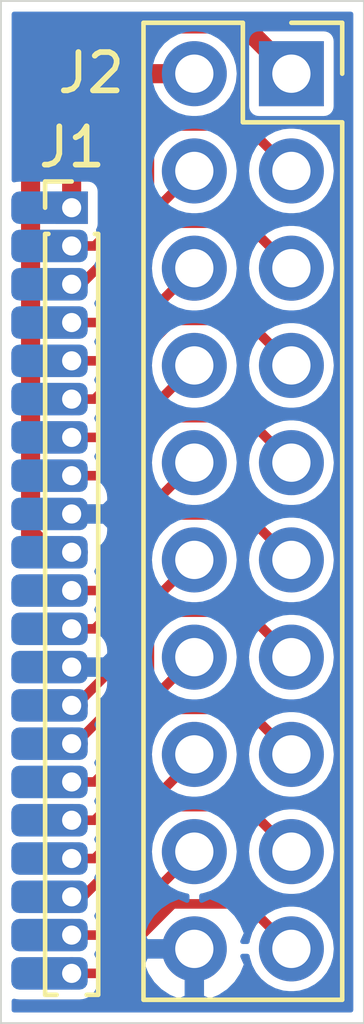
<source format=kicad_pcb>
(kicad_pcb (version 20171130) (host pcbnew 5.1.2+dfsg1-1)

  (general
    (thickness 1.6)
    (drawings 4)
    (tracks 90)
    (zones 0)
    (modules 2)
    (nets 21)
  )

  (page A4)
  (layers
    (0 F.Cu signal)
    (31 B.Cu signal)
    (32 B.Adhes user)
    (33 F.Adhes user)
    (34 B.Paste user)
    (35 F.Paste user)
    (36 B.SilkS user)
    (37 F.SilkS user)
    (38 B.Mask user)
    (39 F.Mask user)
    (40 Dwgs.User user)
    (41 Cmts.User user)
    (42 Eco1.User user)
    (43 Eco2.User user)
    (44 Edge.Cuts user)
    (45 Margin user)
    (46 B.CrtYd user)
    (47 F.CrtYd user)
    (48 B.Fab user)
    (49 F.Fab user)
  )

  (setup
    (last_trace_width 0.25)
    (user_trace_width 0.5)
    (trace_clearance 0.2)
    (zone_clearance 0.254)
    (zone_45_only no)
    (trace_min 0.2)
    (via_size 0.8)
    (via_drill 0.4)
    (via_min_size 0.4)
    (via_min_drill 0.3)
    (uvia_size 0.3)
    (uvia_drill 0.1)
    (uvias_allowed no)
    (uvia_min_size 0.2)
    (uvia_min_drill 0.1)
    (edge_width 0.05)
    (segment_width 0.2)
    (pcb_text_width 0.3)
    (pcb_text_size 1.5 1.5)
    (mod_edge_width 0.12)
    (mod_text_size 1 1)
    (mod_text_width 0.15)
    (pad_size 1.524 1.524)
    (pad_drill 0.762)
    (pad_to_mask_clearance 0.051)
    (solder_mask_min_width 0.25)
    (aux_axis_origin 0 0)
    (visible_elements FFFFFF7F)
    (pcbplotparams
      (layerselection 0x010fc_ffffffff)
      (usegerberextensions false)
      (usegerberattributes false)
      (usegerberadvancedattributes false)
      (creategerberjobfile false)
      (excludeedgelayer true)
      (linewidth 0.150000)
      (plotframeref false)
      (viasonmask false)
      (mode 1)
      (useauxorigin false)
      (hpglpennumber 1)
      (hpglpenspeed 20)
      (hpglpendiameter 15.000000)
      (psnegative false)
      (psa4output false)
      (plotreference true)
      (plotvalue true)
      (plotinvisibletext false)
      (padsonsilk false)
      (subtractmaskfromsilk false)
      (outputformat 1)
      (mirror false)
      (drillshape 0)
      (scaleselection 1)
      (outputdirectory "gerbers/"))
  )

  (net 0 "")
  (net 1 /sr_io8)
  (net 2 /sr_io9)
  (net 3 /sr_io10)
  (net 4 /sr_io11)
  (net 5 /sr_io12)
  (net 6 /sr_io13)
  (net 7 /sr_io14)
  (net 8 /sr_io15)
  (net 9 GND)
  (net 10 /usb_dp)
  (net 11 /usb_dm)
  (net 12 +5V)
  (net 13 /pm_sd_cdz)
  (net 14 /sd_clk)
  (net 15 /sd_cmd)
  (net 16 /sd_d0)
  (net 17 /sd_d1)
  (net 18 /sd_d2)
  (net 19 /sd_d3)
  (net 20 +3V3)

  (net_class Default "This is the default net class."
    (clearance 0.2)
    (trace_width 0.25)
    (via_dia 0.8)
    (via_drill 0.4)
    (uvia_dia 0.3)
    (uvia_drill 0.1)
    (add_net +3V3)
    (add_net +5V)
    (add_net /pm_sd_cdz)
    (add_net /sd_clk)
    (add_net /sd_cmd)
    (add_net /sd_d0)
    (add_net /sd_d1)
    (add_net /sd_d2)
    (add_net /sd_d3)
    (add_net /sr_io10)
    (add_net /sr_io11)
    (add_net /sr_io12)
    (add_net /sr_io13)
    (add_net /sr_io14)
    (add_net /sr_io15)
    (add_net /sr_io8)
    (add_net /sr_io9)
    (add_net /usb_dm)
    (add_net /usb_dp)
    (add_net GND)
  )

  (module edgeconnector:breadbee_1mm_header_connector (layer F.Cu) (tedit 5D26D9AB) (tstamp 5D273448)
    (at 145.75 84.5)
    (path /5D25EE14)
    (fp_text reference J1 (at 0.01 -1.58) (layer F.SilkS)
      (effects (font (size 1 1) (thickness 0.15)))
    )
    (fp_text value Conn_01x21 (at 0 21.92) (layer F.Fab) hide
      (effects (font (size 1 1) (thickness 0.15)))
    )
    (fp_line (start 1.15 21) (end -1.7 21) (layer F.CrtYd) (width 0.05))
    (fp_line (start -1.7 21) (end -1.7 -1) (layer F.CrtYd) (width 0.05))
    (fp_line (start 1.15 -1) (end -1.7 -1) (layer F.CrtYd) (width 0.05))
    (fp_line (start -0.3175 -0.5) (end 0.635 -0.5) (layer F.Fab) (width 0.1))
    (fp_line (start 0.635 -0.5) (end 0.635 20.5) (layer F.Fab) (width 0.1))
    (fp_line (start 0.635 20.5) (end -0.635 20.5) (layer F.Fab) (width 0.1))
    (fp_line (start -0.635 20.5) (end -0.635 -0.1825) (layer F.Fab) (width 0.1))
    (fp_line (start -0.635 -0.1825) (end -0.3175 -0.5) (layer F.Fab) (width 0.1))
    (fp_line (start -0.695 20.56) (end -0.394493 20.56) (layer F.SilkS) (width 0.12))
    (fp_line (start 0.394493 20.56) (end 0.695 20.56) (layer F.SilkS) (width 0.12))
    (fp_line (start -0.695 0.685) (end -0.695 20.56) (layer F.SilkS) (width 0.12))
    (fp_line (start 0.695 0.685) (end 0.695 20.56) (layer F.SilkS) (width 0.12))
    (fp_line (start -0.695 0.685) (end -0.608276 0.685) (layer F.SilkS) (width 0.12))
    (fp_line (start 0.608276 0.685) (end 0.695 0.685) (layer F.SilkS) (width 0.12))
    (fp_line (start -0.695 0) (end -0.695 -0.685) (layer F.SilkS) (width 0.12))
    (fp_line (start -0.695 -0.685) (end 0 -0.685) (layer F.SilkS) (width 0.12))
    (fp_line (start 1.15 21) (end 1.15 -1) (layer F.CrtYd) (width 0.05))
    (fp_text user %R (at 0 10 90) (layer F.Fab)
      (effects (font (size 0.76 0.76) (thickness 0.114)))
    )
    (pad 21 smd roundrect (at -0.58 20) (size 2 0.85) (layers B.Cu B.Paste B.Mask) (roundrect_rratio 0.25)
      (net 1 /sr_io8))
    (pad 20 smd roundrect (at -0.58 19) (size 2 0.85) (layers B.Cu B.Paste B.Mask) (roundrect_rratio 0.25)
      (net 2 /sr_io9))
    (pad 19 smd roundrect (at -0.58 18) (size 2 0.85) (layers B.Cu B.Paste B.Mask) (roundrect_rratio 0.25)
      (net 3 /sr_io10))
    (pad 18 smd roundrect (at -0.58 17) (size 2 0.85) (layers B.Cu B.Paste B.Mask) (roundrect_rratio 0.25)
      (net 4 /sr_io11))
    (pad 17 smd roundrect (at -0.58 16) (size 2 0.85) (layers B.Cu B.Paste B.Mask) (roundrect_rratio 0.25)
      (net 5 /sr_io12))
    (pad 16 smd roundrect (at -0.58 15) (size 2 0.85) (layers B.Cu B.Paste B.Mask) (roundrect_rratio 0.25)
      (net 6 /sr_io13))
    (pad 15 smd roundrect (at -0.58 14) (size 2 0.85) (layers B.Cu B.Paste B.Mask) (roundrect_rratio 0.25)
      (net 7 /sr_io14))
    (pad 14 smd roundrect (at -0.58 13) (size 2 0.85) (layers B.Cu B.Paste B.Mask) (roundrect_rratio 0.25)
      (net 8 /sr_io15))
    (pad 13 smd roundrect (at -0.58 12) (size 2 0.85) (layers B.Cu B.Paste B.Mask) (roundrect_rratio 0.25)
      (net 9 GND))
    (pad 12 smd roundrect (at -0.58 11) (size 2 0.85) (layers B.Cu B.Paste B.Mask) (roundrect_rratio 0.25)
      (net 10 /usb_dp))
    (pad 11 smd roundrect (at -0.58 10) (size 2 0.85) (layers B.Cu B.Paste B.Mask) (roundrect_rratio 0.25)
      (net 11 /usb_dm))
    (pad 10 smd roundrect (at -0.58 9) (size 2 0.85) (layers B.Cu B.Paste B.Mask) (roundrect_rratio 0.25)
      (net 12 +5V))
    (pad 9 smd roundrect (at -0.58 8) (size 2 0.85) (layers B.Cu B.Paste B.Mask) (roundrect_rratio 0.25)
      (net 9 GND))
    (pad 8 smd roundrect (at -0.58 7) (size 2 0.85) (layers B.Cu B.Paste B.Mask) (roundrect_rratio 0.25)
      (net 13 /pm_sd_cdz))
    (pad 7 smd roundrect (at -0.58 6) (size 2 0.85) (layers B.Cu B.Paste B.Mask) (roundrect_rratio 0.25)
      (net 14 /sd_clk))
    (pad 6 smd roundrect (at -0.58 5) (size 2 0.85) (layers B.Cu B.Paste B.Mask) (roundrect_rratio 0.25)
      (net 15 /sd_cmd))
    (pad 5 smd roundrect (at -0.58 4) (size 2 0.85) (layers B.Cu B.Paste B.Mask) (roundrect_rratio 0.25)
      (net 16 /sd_d0))
    (pad 4 smd roundrect (at -0.58 3) (size 2 0.85) (layers B.Cu B.Paste B.Mask) (roundrect_rratio 0.25)
      (net 17 /sd_d1))
    (pad 3 smd roundrect (at -0.58 2) (size 2 0.85) (layers B.Cu B.Paste B.Mask) (roundrect_rratio 0.25)
      (net 18 /sd_d2))
    (pad 2 smd roundrect (at -0.58 1) (size 2 0.85) (layers B.Cu B.Paste B.Mask) (roundrect_rratio 0.25)
      (net 19 /sd_d3))
    (pad 1 smd roundrect (at -0.58 0) (size 2 0.85) (layers B.Cu B.Paste B.Mask) (roundrect_rratio 0.25)
      (net 20 +3V3))
    (pad 1 thru_hole rect (at 0 0) (size 0.85 0.85) (drill 0.5) (layers *.Cu F.Mask)
      (net 20 +3V3))
    (pad 2 thru_hole oval (at 0 1) (size 0.85 0.85) (drill 0.5) (layers *.Cu F.Mask)
      (net 19 /sd_d3))
    (pad 3 thru_hole oval (at 0 2) (size 0.85 0.85) (drill 0.5) (layers *.Cu F.Mask)
      (net 18 /sd_d2))
    (pad 4 thru_hole oval (at 0 3) (size 0.85 0.85) (drill 0.5) (layers *.Cu F.Mask)
      (net 17 /sd_d1))
    (pad 5 thru_hole oval (at 0 4) (size 0.85 0.85) (drill 0.5) (layers *.Cu F.Mask)
      (net 16 /sd_d0))
    (pad 6 thru_hole oval (at 0 5) (size 0.85 0.85) (drill 0.5) (layers *.Cu F.Mask)
      (net 15 /sd_cmd))
    (pad 7 thru_hole oval (at 0 6) (size 0.85 0.85) (drill 0.5) (layers *.Cu F.Mask)
      (net 14 /sd_clk))
    (pad 8 thru_hole oval (at 0 7) (size 0.85 0.85) (drill 0.5) (layers *.Cu F.Mask)
      (net 13 /pm_sd_cdz))
    (pad 9 thru_hole oval (at 0 8) (size 0.85 0.85) (drill 0.5) (layers *.Cu F.Mask)
      (net 9 GND))
    (pad 10 thru_hole oval (at 0 9) (size 0.85 0.85) (drill 0.5) (layers *.Cu F.Mask)
      (net 12 +5V))
    (pad 11 thru_hole oval (at 0 10) (size 0.85 0.85) (drill 0.5) (layers *.Cu F.Mask)
      (net 11 /usb_dm))
    (pad 12 thru_hole oval (at 0 11) (size 0.85 0.85) (drill 0.5) (layers *.Cu F.Mask)
      (net 10 /usb_dp))
    (pad 13 thru_hole oval (at 0 12) (size 0.85 0.85) (drill 0.5) (layers *.Cu F.Mask)
      (net 9 GND))
    (pad 14 thru_hole oval (at 0 13) (size 0.85 0.85) (drill 0.5) (layers *.Cu F.Mask)
      (net 8 /sr_io15))
    (pad 15 thru_hole oval (at 0 14) (size 0.85 0.85) (drill 0.5) (layers *.Cu F.Mask)
      (net 7 /sr_io14))
    (pad 16 thru_hole oval (at 0 15) (size 0.85 0.85) (drill 0.5) (layers *.Cu F.Mask)
      (net 6 /sr_io13))
    (pad 17 thru_hole oval (at 0 16) (size 0.85 0.85) (drill 0.5) (layers *.Cu F.Mask)
      (net 5 /sr_io12))
    (pad 18 thru_hole oval (at 0 17) (size 0.85 0.85) (drill 0.5) (layers *.Cu F.Mask)
      (net 4 /sr_io11))
    (pad 19 thru_hole oval (at 0 18) (size 0.85 0.85) (drill 0.5) (layers *.Cu F.Mask)
      (net 3 /sr_io10))
    (pad 20 thru_hole oval (at 0 19) (size 0.85 0.85) (drill 0.5) (layers *.Cu F.Mask)
      (net 2 /sr_io9))
    (pad 21 thru_hole oval (at 0 20) (size 0.85 0.85) (drill 0.5) (layers *.Cu F.Mask)
      (net 1 /sr_io8))
    (model ${KISYS3DMOD}/Connector_PinHeader_1.00mm.3dshapes/PinHeader_1x21_P1.00mm_Vertical.wrl
      (at (xyz 0 0 0))
      (scale (xyz 1 1 1))
      (rotate (xyz 0 0 0))
    )
  )

  (module Connector_PinSocket_2.54mm:PinSocket_2x10_P2.54mm_Vertical (layer F.Cu) (tedit 5A19A427) (tstamp 5D2642F9)
    (at 151.5 81)
    (descr "Through hole straight socket strip, 2x10, 2.54mm pitch, double cols (from Kicad 4.0.7), script generated")
    (tags "Through hole socket strip THT 2x10 2.54mm double row")
    (path /5D26648B)
    (fp_text reference J2 (at -5.24 -0.02) (layer F.SilkS)
      (effects (font (size 1 1) (thickness 0.15)))
    )
    (fp_text value Conn_02x10_Odd_Even (at -1.27 25.63) (layer F.Fab) hide
      (effects (font (size 1 1) (thickness 0.15)))
    )
    (fp_text user %R (at -1.27 11.43 90) (layer F.Fab)
      (effects (font (size 1 1) (thickness 0.15)))
    )
    (fp_line (start -4.34 24.6) (end -4.34 -1.8) (layer F.CrtYd) (width 0.05))
    (fp_line (start 1.76 24.6) (end -4.34 24.6) (layer F.CrtYd) (width 0.05))
    (fp_line (start 1.76 -1.8) (end 1.76 24.6) (layer F.CrtYd) (width 0.05))
    (fp_line (start -4.34 -1.8) (end 1.76 -1.8) (layer F.CrtYd) (width 0.05))
    (fp_line (start 0 -1.33) (end 1.33 -1.33) (layer F.SilkS) (width 0.12))
    (fp_line (start 1.33 -1.33) (end 1.33 0) (layer F.SilkS) (width 0.12))
    (fp_line (start -1.27 -1.33) (end -1.27 1.27) (layer F.SilkS) (width 0.12))
    (fp_line (start -1.27 1.27) (end 1.33 1.27) (layer F.SilkS) (width 0.12))
    (fp_line (start 1.33 1.27) (end 1.33 24.19) (layer F.SilkS) (width 0.12))
    (fp_line (start -3.87 24.19) (end 1.33 24.19) (layer F.SilkS) (width 0.12))
    (fp_line (start -3.87 -1.33) (end -3.87 24.19) (layer F.SilkS) (width 0.12))
    (fp_line (start -3.87 -1.33) (end -1.27 -1.33) (layer F.SilkS) (width 0.12))
    (fp_line (start -3.81 24.13) (end -3.81 -1.27) (layer F.Fab) (width 0.1))
    (fp_line (start 1.27 24.13) (end -3.81 24.13) (layer F.Fab) (width 0.1))
    (fp_line (start 1.27 -0.27) (end 1.27 24.13) (layer F.Fab) (width 0.1))
    (fp_line (start 0.27 -1.27) (end 1.27 -0.27) (layer F.Fab) (width 0.1))
    (fp_line (start -3.81 -1.27) (end 0.27 -1.27) (layer F.Fab) (width 0.1))
    (pad 20 thru_hole oval (at -2.54 22.86) (size 1.7 1.7) (drill 1) (layers *.Cu *.Mask)
      (net 9 GND))
    (pad 19 thru_hole oval (at 0 22.86) (size 1.7 1.7) (drill 1) (layers *.Cu *.Mask)
      (net 1 /sr_io8))
    (pad 18 thru_hole oval (at -2.54 20.32) (size 1.7 1.7) (drill 1) (layers *.Cu *.Mask)
      (net 2 /sr_io9))
    (pad 17 thru_hole oval (at 0 20.32) (size 1.7 1.7) (drill 1) (layers *.Cu *.Mask)
      (net 3 /sr_io10))
    (pad 16 thru_hole oval (at -2.54 17.78) (size 1.7 1.7) (drill 1) (layers *.Cu *.Mask)
      (net 4 /sr_io11))
    (pad 15 thru_hole oval (at 0 17.78) (size 1.7 1.7) (drill 1) (layers *.Cu *.Mask)
      (net 5 /sr_io12))
    (pad 14 thru_hole oval (at -2.54 15.24) (size 1.7 1.7) (drill 1) (layers *.Cu *.Mask)
      (net 6 /sr_io13))
    (pad 13 thru_hole oval (at 0 15.24) (size 1.7 1.7) (drill 1) (layers *.Cu *.Mask)
      (net 7 /sr_io14))
    (pad 12 thru_hole oval (at -2.54 12.7) (size 1.7 1.7) (drill 1) (layers *.Cu *.Mask)
      (net 8 /sr_io15))
    (pad 11 thru_hole oval (at 0 12.7) (size 1.7 1.7) (drill 1) (layers *.Cu *.Mask)
      (net 10 /usb_dp))
    (pad 10 thru_hole oval (at -2.54 10.16) (size 1.7 1.7) (drill 1) (layers *.Cu *.Mask)
      (net 11 /usb_dm))
    (pad 9 thru_hole oval (at 0 10.16) (size 1.7 1.7) (drill 1) (layers *.Cu *.Mask)
      (net 13 /pm_sd_cdz))
    (pad 8 thru_hole oval (at -2.54 7.62) (size 1.7 1.7) (drill 1) (layers *.Cu *.Mask)
      (net 14 /sd_clk))
    (pad 7 thru_hole oval (at 0 7.62) (size 1.7 1.7) (drill 1) (layers *.Cu *.Mask)
      (net 15 /sd_cmd))
    (pad 6 thru_hole oval (at -2.54 5.08) (size 1.7 1.7) (drill 1) (layers *.Cu *.Mask)
      (net 16 /sd_d0))
    (pad 5 thru_hole oval (at 0 5.08) (size 1.7 1.7) (drill 1) (layers *.Cu *.Mask)
      (net 17 /sd_d1))
    (pad 4 thru_hole oval (at -2.54 2.54) (size 1.7 1.7) (drill 1) (layers *.Cu *.Mask)
      (net 18 /sd_d2))
    (pad 3 thru_hole oval (at 0 2.54) (size 1.7 1.7) (drill 1) (layers *.Cu *.Mask)
      (net 19 /sd_d3))
    (pad 2 thru_hole oval (at -2.54 0) (size 1.7 1.7) (drill 1) (layers *.Cu *.Mask)
      (net 20 +3V3))
    (pad 1 thru_hole rect (at 0 0) (size 1.7 1.7) (drill 1) (layers *.Cu *.Mask)
      (net 12 +5V))
    (model ${KISYS3DMOD}/Connector_PinSocket_2.54mm.3dshapes/PinSocket_2x10_P2.54mm_Vertical.wrl
      (at (xyz 0 0 0))
      (scale (xyz 1 1 1))
      (rotate (xyz 0 0 0))
    )
  )

  (gr_line (start 153.4 105.8) (end 143.9 105.8) (layer Edge.Cuts) (width 0.05) (tstamp 5D2649D0))
  (gr_line (start 153.4 79.1) (end 153.4 105.8) (layer Edge.Cuts) (width 0.05))
  (gr_line (start 143.9 79.1) (end 143.9 105.8) (layer Edge.Cuts) (width 0.05))
  (gr_line (start 153.4 79.1) (end 143.9 79.1) (layer Edge.Cuts) (width 0.05))

  (segment (start 150.650001 103.010001) (end 151.5 103.86) (width 0.25) (layer F.Cu) (net 1))
  (segment (start 150.324999 102.684999) (end 150.650001 103.010001) (width 0.25) (layer F.Cu) (net 1))
  (segment (start 148.395999 102.684999) (end 150.324999 102.684999) (width 0.25) (layer F.Cu) (net 1))
  (segment (start 146.580998 104.5) (end 148.395999 102.684999) (width 0.25) (layer F.Cu) (net 1))
  (segment (start 145.75 104.5) (end 146.580998 104.5) (width 0.25) (layer F.Cu) (net 1))
  (segment (start 146.78 103.5) (end 148.96 101.32) (width 0.25) (layer F.Cu) (net 2))
  (segment (start 145.75 103.5) (end 146.78 103.5) (width 0.25) (layer F.Cu) (net 2))
  (segment (start 150.650001 100.470001) (end 151.5 101.32) (width 0.25) (layer F.Cu) (net 3))
  (segment (start 150.324999 100.144999) (end 150.650001 100.470001) (width 0.25) (layer F.Cu) (net 3))
  (segment (start 146.040998 102.5) (end 148.395999 100.144999) (width 0.25) (layer F.Cu) (net 3))
  (segment (start 148.395999 100.144999) (end 150.324999 100.144999) (width 0.25) (layer F.Cu) (net 3))
  (segment (start 145.75 102.5) (end 146.040998 102.5) (width 0.25) (layer F.Cu) (net 3))
  (segment (start 148.96 98.89104) (end 148.96 98.78) (width 0.25) (layer F.Cu) (net 4))
  (segment (start 146.35104 101.5) (end 148.96 98.89104) (width 0.25) (layer F.Cu) (net 4))
  (segment (start 145.75 101.5) (end 146.35104 101.5) (width 0.25) (layer F.Cu) (net 4))
  (segment (start 150.650001 97.930001) (end 151.5 98.78) (width 0.25) (layer F.Cu) (net 5))
  (segment (start 148.395999 97.604999) (end 150.324999 97.604999) (width 0.25) (layer F.Cu) (net 5))
  (segment (start 147.43 99.42104) (end 147.43 98.570998) (width 0.25) (layer F.Cu) (net 5))
  (segment (start 150.324999 97.604999) (end 150.650001 97.930001) (width 0.25) (layer F.Cu) (net 5))
  (segment (start 147.43 98.570998) (end 148.395999 97.604999) (width 0.25) (layer F.Cu) (net 5))
  (segment (start 145.75 100.5) (end 146.35104 100.5) (width 0.25) (layer F.Cu) (net 5))
  (segment (start 146.35104 100.5) (end 147.43 99.42104) (width 0.25) (layer F.Cu) (net 5))
  (segment (start 146.979989 98.220011) (end 146.979989 98.871051) (width 0.25) (layer F.Cu) (net 6))
  (segment (start 146.35104 99.5) (end 145.75 99.5) (width 0.25) (layer F.Cu) (net 6))
  (segment (start 148.96 96.24) (end 146.979989 98.220011) (width 0.25) (layer F.Cu) (net 6))
  (segment (start 146.979989 98.871051) (end 146.35104 99.5) (width 0.25) (layer F.Cu) (net 6))
  (segment (start 150.650001 95.390001) (end 151.5 96.24) (width 0.25) (layer F.Cu) (net 7))
  (segment (start 150.324999 95.064999) (end 150.650001 95.390001) (width 0.25) (layer F.Cu) (net 7))
  (segment (start 148.395999 95.064999) (end 150.324999 95.064999) (width 0.25) (layer F.Cu) (net 7))
  (segment (start 147.784999 95.675999) (end 148.395999 95.064999) (width 0.25) (layer F.Cu) (net 7))
  (segment (start 147.784999 96.565001) (end 147.784999 95.675999) (width 0.25) (layer F.Cu) (net 7))
  (segment (start 145.85 98.5) (end 147.784999 96.565001) (width 0.25) (layer F.Cu) (net 7))
  (segment (start 145.75 98.5) (end 145.85 98.5) (width 0.25) (layer F.Cu) (net 7))
  (segment (start 148.110001 94.549999) (end 148.96 93.7) (width 0.25) (layer F.Cu) (net 8))
  (segment (start 147.334989 95.325011) (end 148.110001 94.549999) (width 0.25) (layer F.Cu) (net 8))
  (segment (start 147.334989 96.025013) (end 147.334989 95.325011) (width 0.25) (layer F.Cu) (net 8))
  (segment (start 145.860002 97.5) (end 147.334989 96.025013) (width 0.25) (layer F.Cu) (net 8))
  (segment (start 145.75 97.5) (end 145.860002 97.5) (width 0.25) (layer F.Cu) (net 8))
  (segment (start 145.75 95.5) (end 146.35104 95.5) (width 0.25) (layer F.Cu) (net 10))
  (segment (start 150.650001 92.850001) (end 151.5 93.7) (width 0.25) (layer F.Cu) (net 10))
  (segment (start 146.35104 95.5) (end 147.44 94.41104) (width 0.25) (layer F.Cu) (net 10))
  (segment (start 147.44 93.480998) (end 148.395999 92.524999) (width 0.25) (layer F.Cu) (net 10))
  (segment (start 147.44 94.41104) (end 147.44 93.480998) (width 0.25) (layer F.Cu) (net 10))
  (segment (start 148.395999 92.524999) (end 150.324999 92.524999) (width 0.25) (layer F.Cu) (net 10))
  (segment (start 150.324999 92.524999) (end 150.650001 92.850001) (width 0.25) (layer F.Cu) (net 10))
  (segment (start 146.989989 93.130011) (end 148.110001 92.009999) (width 0.25) (layer F.Cu) (net 11))
  (segment (start 148.110001 92.009999) (end 148.96 91.16) (width 0.25) (layer F.Cu) (net 11))
  (segment (start 146.989989 94.160011) (end 146.989989 93.130011) (width 0.25) (layer F.Cu) (net 11))
  (segment (start 145.75 94.5) (end 146.65 94.5) (width 0.25) (layer F.Cu) (net 11))
  (segment (start 146.65 94.5) (end 146.989989 94.160011) (width 0.25) (layer F.Cu) (net 11))
  (segment (start 147.610036 79.699999) (end 150.199999 79.699999) (width 0.5) (layer F.Cu) (net 12))
  (segment (start 144.675 82.635035) (end 147.610036 79.699999) (width 0.5) (layer F.Cu) (net 12))
  (segment (start 144.675 93.02604) (end 144.675 82.635035) (width 0.5) (layer F.Cu) (net 12))
  (segment (start 145.75 93.5) (end 145.14896 93.5) (width 0.5) (layer F.Cu) (net 12))
  (segment (start 150.199999 79.699999) (end 151.5 81) (width 0.5) (layer F.Cu) (net 12))
  (segment (start 145.14896 93.5) (end 144.675 93.02604) (width 0.5) (layer F.Cu) (net 12))
  (segment (start 150.324999 89.984999) (end 150.650001 90.310001) (width 0.25) (layer F.Cu) (net 13))
  (segment (start 150.650001 90.310001) (end 151.5 91.16) (width 0.25) (layer F.Cu) (net 13))
  (segment (start 148.395999 89.984999) (end 150.324999 89.984999) (width 0.25) (layer F.Cu) (net 13))
  (segment (start 145.75 91.5) (end 146.880998 91.5) (width 0.25) (layer F.Cu) (net 13))
  (segment (start 146.880998 91.5) (end 148.395999 89.984999) (width 0.25) (layer F.Cu) (net 13))
  (segment (start 147.08 90.5) (end 148.96 88.62) (width 0.25) (layer F.Cu) (net 14))
  (segment (start 145.75 90.5) (end 147.08 90.5) (width 0.25) (layer F.Cu) (net 14))
  (segment (start 150.324999 87.444999) (end 150.650001 87.770001) (width 0.25) (layer F.Cu) (net 15))
  (segment (start 148.406041 87.444999) (end 150.324999 87.444999) (width 0.25) (layer F.Cu) (net 15))
  (segment (start 150.650001 87.770001) (end 151.5 88.62) (width 0.25) (layer F.Cu) (net 15))
  (segment (start 145.75 89.5) (end 146.35104 89.5) (width 0.25) (layer F.Cu) (net 15))
  (segment (start 146.35104 89.5) (end 148.406041 87.444999) (width 0.25) (layer F.Cu) (net 15))
  (segment (start 146.54 88.5) (end 148.96 86.08) (width 0.25) (layer F.Cu) (net 16))
  (segment (start 145.75 88.5) (end 146.54 88.5) (width 0.25) (layer F.Cu) (net 16))
  (segment (start 150.650001 85.230001) (end 151.5 86.08) (width 0.25) (layer F.Cu) (net 17))
  (segment (start 150.324999 84.904999) (end 150.650001 85.230001) (width 0.25) (layer F.Cu) (net 17))
  (segment (start 146.87 87.5) (end 147.71 86.66) (width 0.25) (layer F.Cu) (net 17))
  (segment (start 145.75 87.5) (end 146.87 87.5) (width 0.25) (layer F.Cu) (net 17))
  (segment (start 147.71 85.590998) (end 148.395999 84.904999) (width 0.25) (layer F.Cu) (net 17))
  (segment (start 147.71 86.66) (end 147.71 85.590998) (width 0.25) (layer F.Cu) (net 17))
  (segment (start 148.395999 84.904999) (end 150.324999 84.904999) (width 0.25) (layer F.Cu) (net 17))
  (segment (start 146 86.5) (end 148.96 83.54) (width 0.25) (layer F.Cu) (net 18))
  (segment (start 145.75 86.5) (end 146 86.5) (width 0.25) (layer F.Cu) (net 18))
  (segment (start 150.650001 82.690001) (end 151.5 83.54) (width 0.25) (layer F.Cu) (net 19))
  (segment (start 150.324999 82.364999) (end 150.650001 82.690001) (width 0.25) (layer F.Cu) (net 19))
  (segment (start 148.395999 82.364999) (end 150.324999 82.364999) (width 0.25) (layer F.Cu) (net 19))
  (segment (start 147.784999 82.975999) (end 148.395999 82.364999) (width 0.25) (layer F.Cu) (net 19))
  (segment (start 147.784999 84.066041) (end 147.784999 82.975999) (width 0.25) (layer F.Cu) (net 19))
  (segment (start 146.35104 85.5) (end 147.784999 84.066041) (width 0.25) (layer F.Cu) (net 19))
  (segment (start 145.75 85.5) (end 146.35104 85.5) (width 0.25) (layer F.Cu) (net 19))
  (segment (start 145.75 83.575) (end 145.75 84.5) (width 0.5) (layer F.Cu) (net 20))
  (segment (start 145.75 82.55) (end 145.75 83.575) (width 0.5) (layer F.Cu) (net 20))
  (segment (start 147.3 81) (end 145.75 82.55) (width 0.5) (layer F.Cu) (net 20))
  (segment (start 148.96 81) (end 147.3 81) (width 0.5) (layer F.Cu) (net 20))

  (zone (net 9) (net_name GND) (layer B.Cu) (tstamp 5D26E748) (hatch edge 0.508)
    (connect_pads (clearance 0.254))
    (min_thickness 0.127)
    (fill yes (arc_segments 32) (thermal_gap 0.508) (thermal_bridge_width 0.508))
    (polygon
      (pts
        (xy 143.9 79.1) (xy 153.4 79.1) (xy 153.4 105.8) (xy 143.9 105.8)
      )
    )
    (filled_polygon
      (pts
        (xy 153.057501 105.4575) (xy 144.2425 105.4575) (xy 144.2425 105.222811) (xy 144.278802 105.233823) (xy 144.3825 105.244036)
        (xy 145.9575 105.244036) (xy 146.061198 105.233823) (xy 146.16091 105.203575) (xy 146.252806 105.154456) (xy 146.333353 105.088353)
        (xy 146.399456 105.007806) (xy 146.448575 104.91591) (xy 146.478823 104.816198) (xy 146.489036 104.7125) (xy 146.489036 104.57164)
        (xy 146.496092 104.5) (xy 146.489036 104.42836) (xy 146.489036 104.2875) (xy 146.487167 104.26852) (xy 147.598467 104.26852)
        (xy 147.600957 104.276759) (xy 147.708376 104.533887) (xy 147.863894 104.765118) (xy 148.061535 104.961566) (xy 148.293704 105.115681)
        (xy 148.551478 105.221541) (xy 148.7695 105.12581) (xy 148.7695 104.0505) (xy 147.695646 104.0505) (xy 147.598467 104.26852)
        (xy 146.487167 104.26852) (xy 146.478823 104.183802) (xy 146.448575 104.08409) (xy 146.403628 104) (xy 146.448575 103.91591)
        (xy 146.478823 103.816198) (xy 146.489036 103.7125) (xy 146.489036 103.57164) (xy 146.496092 103.5) (xy 146.491314 103.45148)
        (xy 147.598467 103.45148) (xy 147.695646 103.6695) (xy 148.7695 103.6695) (xy 148.7695 103.6495) (xy 149.1505 103.6495)
        (xy 149.1505 103.6695) (xy 149.1705 103.6695) (xy 149.1705 104.0505) (xy 149.1505 104.0505) (xy 149.1505 105.12581)
        (xy 149.368522 105.221541) (xy 149.626296 105.115681) (xy 149.858465 104.961566) (xy 150.056106 104.765118) (xy 150.211624 104.533887)
        (xy 150.319043 104.276759) (xy 150.321533 104.26852) (xy 150.224355 104.050502) (xy 150.345614 104.050502) (xy 150.349393 104.08887)
        (xy 150.416152 104.308945) (xy 150.524562 104.511767) (xy 150.670458 104.689542) (xy 150.848233 104.835438) (xy 151.051055 104.943848)
        (xy 151.27113 105.010607) (xy 151.442645 105.0275) (xy 151.557355 105.0275) (xy 151.72887 105.010607) (xy 151.948945 104.943848)
        (xy 152.151767 104.835438) (xy 152.329542 104.689542) (xy 152.475438 104.511767) (xy 152.583848 104.308945) (xy 152.650607 104.08887)
        (xy 152.673149 103.86) (xy 152.650607 103.63113) (xy 152.583848 103.411055) (xy 152.475438 103.208233) (xy 152.329542 103.030458)
        (xy 152.151767 102.884562) (xy 151.948945 102.776152) (xy 151.72887 102.709393) (xy 151.557355 102.6925) (xy 151.442645 102.6925)
        (xy 151.27113 102.709393) (xy 151.051055 102.776152) (xy 150.848233 102.884562) (xy 150.670458 103.030458) (xy 150.524562 103.208233)
        (xy 150.416152 103.411055) (xy 150.349393 103.63113) (xy 150.345614 103.669498) (xy 150.224355 103.669498) (xy 150.321533 103.45148)
        (xy 150.319043 103.443241) (xy 150.211624 103.186113) (xy 150.056106 102.954882) (xy 149.858465 102.758434) (xy 149.626296 102.604319)
        (xy 149.368522 102.498459) (xy 149.150502 102.594189) (xy 149.150502 102.474386) (xy 149.18887 102.470607) (xy 149.408945 102.403848)
        (xy 149.611767 102.295438) (xy 149.789542 102.149542) (xy 149.935438 101.971767) (xy 150.043848 101.768945) (xy 150.110607 101.54887)
        (xy 150.133149 101.32) (xy 150.326851 101.32) (xy 150.349393 101.54887) (xy 150.416152 101.768945) (xy 150.524562 101.971767)
        (xy 150.670458 102.149542) (xy 150.848233 102.295438) (xy 151.051055 102.403848) (xy 151.27113 102.470607) (xy 151.442645 102.4875)
        (xy 151.557355 102.4875) (xy 151.72887 102.470607) (xy 151.948945 102.403848) (xy 152.151767 102.295438) (xy 152.329542 102.149542)
        (xy 152.475438 101.971767) (xy 152.583848 101.768945) (xy 152.650607 101.54887) (xy 152.673149 101.32) (xy 152.650607 101.09113)
        (xy 152.583848 100.871055) (xy 152.475438 100.668233) (xy 152.329542 100.490458) (xy 152.151767 100.344562) (xy 151.948945 100.236152)
        (xy 151.72887 100.169393) (xy 151.557355 100.1525) (xy 151.442645 100.1525) (xy 151.27113 100.169393) (xy 151.051055 100.236152)
        (xy 150.848233 100.344562) (xy 150.670458 100.490458) (xy 150.524562 100.668233) (xy 150.416152 100.871055) (xy 150.349393 101.09113)
        (xy 150.326851 101.32) (xy 150.133149 101.32) (xy 150.110607 101.09113) (xy 150.043848 100.871055) (xy 149.935438 100.668233)
        (xy 149.789542 100.490458) (xy 149.611767 100.344562) (xy 149.408945 100.236152) (xy 149.18887 100.169393) (xy 149.017355 100.1525)
        (xy 148.902645 100.1525) (xy 148.73113 100.169393) (xy 148.511055 100.236152) (xy 148.308233 100.344562) (xy 148.130458 100.490458)
        (xy 147.984562 100.668233) (xy 147.876152 100.871055) (xy 147.809393 101.09113) (xy 147.786851 101.32) (xy 147.809393 101.54887)
        (xy 147.876152 101.768945) (xy 147.984562 101.971767) (xy 148.130458 102.149542) (xy 148.308233 102.295438) (xy 148.511055 102.403848)
        (xy 148.73113 102.470607) (xy 148.769498 102.474386) (xy 148.769498 102.594189) (xy 148.551478 102.498459) (xy 148.293704 102.604319)
        (xy 148.061535 102.758434) (xy 147.863894 102.954882) (xy 147.708376 103.186113) (xy 147.600957 103.443241) (xy 147.598467 103.45148)
        (xy 146.491314 103.45148) (xy 146.489036 103.42836) (xy 146.489036 103.2875) (xy 146.478823 103.183802) (xy 146.448575 103.08409)
        (xy 146.403628 103) (xy 146.448575 102.91591) (xy 146.478823 102.816198) (xy 146.489036 102.7125) (xy 146.489036 102.57164)
        (xy 146.496092 102.5) (xy 146.489036 102.42836) (xy 146.489036 102.2875) (xy 146.478823 102.183802) (xy 146.448575 102.08409)
        (xy 146.403628 102) (xy 146.448575 101.91591) (xy 146.478823 101.816198) (xy 146.489036 101.7125) (xy 146.489036 101.57164)
        (xy 146.496092 101.5) (xy 146.489036 101.42836) (xy 146.489036 101.2875) (xy 146.478823 101.183802) (xy 146.448575 101.08409)
        (xy 146.403628 101) (xy 146.448575 100.91591) (xy 146.478823 100.816198) (xy 146.489036 100.7125) (xy 146.489036 100.57164)
        (xy 146.496092 100.5) (xy 146.489036 100.42836) (xy 146.489036 100.2875) (xy 146.478823 100.183802) (xy 146.448575 100.08409)
        (xy 146.403628 100) (xy 146.448575 99.91591) (xy 146.478823 99.816198) (xy 146.489036 99.7125) (xy 146.489036 99.57164)
        (xy 146.496092 99.5) (xy 146.489036 99.42836) (xy 146.489036 99.2875) (xy 146.478823 99.183802) (xy 146.448575 99.08409)
        (xy 146.403628 99) (xy 146.448575 98.91591) (xy 146.478823 98.816198) (xy 146.482388 98.78) (xy 147.786851 98.78)
        (xy 147.809393 99.00887) (xy 147.876152 99.228945) (xy 147.984562 99.431767) (xy 148.130458 99.609542) (xy 148.308233 99.755438)
        (xy 148.511055 99.863848) (xy 148.73113 99.930607) (xy 148.902645 99.9475) (xy 149.017355 99.9475) (xy 149.18887 99.930607)
        (xy 149.408945 99.863848) (xy 149.611767 99.755438) (xy 149.789542 99.609542) (xy 149.935438 99.431767) (xy 150.043848 99.228945)
        (xy 150.110607 99.00887) (xy 150.133149 98.78) (xy 150.326851 98.78) (xy 150.349393 99.00887) (xy 150.416152 99.228945)
        (xy 150.524562 99.431767) (xy 150.670458 99.609542) (xy 150.848233 99.755438) (xy 151.051055 99.863848) (xy 151.27113 99.930607)
        (xy 151.442645 99.9475) (xy 151.557355 99.9475) (xy 151.72887 99.930607) (xy 151.948945 99.863848) (xy 152.151767 99.755438)
        (xy 152.329542 99.609542) (xy 152.475438 99.431767) (xy 152.583848 99.228945) (xy 152.650607 99.00887) (xy 152.673149 98.78)
        (xy 152.650607 98.55113) (xy 152.583848 98.331055) (xy 152.475438 98.128233) (xy 152.329542 97.950458) (xy 152.151767 97.804562)
        (xy 151.948945 97.696152) (xy 151.72887 97.629393) (xy 151.557355 97.6125) (xy 151.442645 97.6125) (xy 151.27113 97.629393)
        (xy 151.051055 97.696152) (xy 150.848233 97.804562) (xy 150.670458 97.950458) (xy 150.524562 98.128233) (xy 150.416152 98.331055)
        (xy 150.349393 98.55113) (xy 150.326851 98.78) (xy 150.133149 98.78) (xy 150.110607 98.55113) (xy 150.043848 98.331055)
        (xy 149.935438 98.128233) (xy 149.789542 97.950458) (xy 149.611767 97.804562) (xy 149.408945 97.696152) (xy 149.18887 97.629393)
        (xy 149.017355 97.6125) (xy 148.902645 97.6125) (xy 148.73113 97.629393) (xy 148.511055 97.696152) (xy 148.308233 97.804562)
        (xy 148.130458 97.950458) (xy 147.984562 98.128233) (xy 147.876152 98.331055) (xy 147.809393 98.55113) (xy 147.786851 98.78)
        (xy 146.482388 98.78) (xy 146.489036 98.7125) (xy 146.489036 98.57164) (xy 146.496092 98.5) (xy 146.489036 98.42836)
        (xy 146.489036 98.2875) (xy 146.478823 98.183802) (xy 146.448575 98.08409) (xy 146.403628 98) (xy 146.448575 97.91591)
        (xy 146.478823 97.816198) (xy 146.489036 97.7125) (xy 146.489036 97.57164) (xy 146.496092 97.5) (xy 146.489036 97.42836)
        (xy 146.489036 97.402489) (xy 146.489045 97.402484) (xy 146.576067 97.331067) (xy 146.647484 97.244045) (xy 146.700552 97.144762)
        (xy 146.733231 97.037034) (xy 146.744265 96.925) (xy 146.7415 96.833375) (xy 146.598625 96.6905) (xy 144.9595 96.6905)
        (xy 144.9595 96.3095) (xy 146.598625 96.3095) (xy 146.668125 96.24) (xy 147.786851 96.24) (xy 147.809393 96.46887)
        (xy 147.876152 96.688945) (xy 147.984562 96.891767) (xy 148.130458 97.069542) (xy 148.308233 97.215438) (xy 148.511055 97.323848)
        (xy 148.73113 97.390607) (xy 148.902645 97.4075) (xy 149.017355 97.4075) (xy 149.18887 97.390607) (xy 149.408945 97.323848)
        (xy 149.611767 97.215438) (xy 149.789542 97.069542) (xy 149.935438 96.891767) (xy 150.043848 96.688945) (xy 150.110607 96.46887)
        (xy 150.133149 96.24) (xy 150.326851 96.24) (xy 150.349393 96.46887) (xy 150.416152 96.688945) (xy 150.524562 96.891767)
        (xy 150.670458 97.069542) (xy 150.848233 97.215438) (xy 151.051055 97.323848) (xy 151.27113 97.390607) (xy 151.442645 97.4075)
        (xy 151.557355 97.4075) (xy 151.72887 97.390607) (xy 151.948945 97.323848) (xy 152.151767 97.215438) (xy 152.329542 97.069542)
        (xy 152.475438 96.891767) (xy 152.583848 96.688945) (xy 152.650607 96.46887) (xy 152.673149 96.24) (xy 152.650607 96.01113)
        (xy 152.583848 95.791055) (xy 152.475438 95.588233) (xy 152.329542 95.410458) (xy 152.151767 95.264562) (xy 151.948945 95.156152)
        (xy 151.72887 95.089393) (xy 151.557355 95.0725) (xy 151.442645 95.0725) (xy 151.27113 95.089393) (xy 151.051055 95.156152)
        (xy 150.848233 95.264562) (xy 150.670458 95.410458) (xy 150.524562 95.588233) (xy 150.416152 95.791055) (xy 150.349393 96.01113)
        (xy 150.326851 96.24) (xy 150.133149 96.24) (xy 150.110607 96.01113) (xy 150.043848 95.791055) (xy 149.935438 95.588233)
        (xy 149.789542 95.410458) (xy 149.611767 95.264562) (xy 149.408945 95.156152) (xy 149.18887 95.089393) (xy 149.017355 95.0725)
        (xy 148.902645 95.0725) (xy 148.73113 95.089393) (xy 148.511055 95.156152) (xy 148.308233 95.264562) (xy 148.130458 95.410458)
        (xy 147.984562 95.588233) (xy 147.876152 95.791055) (xy 147.809393 96.01113) (xy 147.786851 96.24) (xy 146.668125 96.24)
        (xy 146.7415 96.166625) (xy 146.744265 96.075) (xy 146.733231 95.962966) (xy 146.700552 95.855238) (xy 146.647484 95.755955)
        (xy 146.576067 95.668933) (xy 146.489045 95.597516) (xy 146.489036 95.597511) (xy 146.489036 95.57164) (xy 146.496092 95.5)
        (xy 146.489036 95.42836) (xy 146.489036 95.2875) (xy 146.478823 95.183802) (xy 146.448575 95.08409) (xy 146.403628 95)
        (xy 146.448575 94.91591) (xy 146.478823 94.816198) (xy 146.489036 94.7125) (xy 146.489036 94.57164) (xy 146.496092 94.5)
        (xy 146.489036 94.42836) (xy 146.489036 94.2875) (xy 146.478823 94.183802) (xy 146.448575 94.08409) (xy 146.403628 94)
        (xy 146.448575 93.91591) (xy 146.478823 93.816198) (xy 146.489036 93.7125) (xy 146.489036 93.7) (xy 147.786851 93.7)
        (xy 147.809393 93.92887) (xy 147.876152 94.148945) (xy 147.984562 94.351767) (xy 148.130458 94.529542) (xy 148.308233 94.675438)
        (xy 148.511055 94.783848) (xy 148.73113 94.850607) (xy 148.902645 94.8675) (xy 149.017355 94.8675) (xy 149.18887 94.850607)
        (xy 149.408945 94.783848) (xy 149.611767 94.675438) (xy 149.789542 94.529542) (xy 149.935438 94.351767) (xy 150.043848 94.148945)
        (xy 150.110607 93.92887) (xy 150.133149 93.7) (xy 150.326851 93.7) (xy 150.349393 93.92887) (xy 150.416152 94.148945)
        (xy 150.524562 94.351767) (xy 150.670458 94.529542) (xy 150.848233 94.675438) (xy 151.051055 94.783848) (xy 151.27113 94.850607)
        (xy 151.442645 94.8675) (xy 151.557355 94.8675) (xy 151.72887 94.850607) (xy 151.948945 94.783848) (xy 152.151767 94.675438)
        (xy 152.329542 94.529542) (xy 152.475438 94.351767) (xy 152.583848 94.148945) (xy 152.650607 93.92887) (xy 152.673149 93.7)
        (xy 152.650607 93.47113) (xy 152.583848 93.251055) (xy 152.475438 93.048233) (xy 152.329542 92.870458) (xy 152.151767 92.724562)
        (xy 151.948945 92.616152) (xy 151.72887 92.549393) (xy 151.557355 92.5325) (xy 151.442645 92.5325) (xy 151.27113 92.549393)
        (xy 151.051055 92.616152) (xy 150.848233 92.724562) (xy 150.670458 92.870458) (xy 150.524562 93.048233) (xy 150.416152 93.251055)
        (xy 150.349393 93.47113) (xy 150.326851 93.7) (xy 150.133149 93.7) (xy 150.110607 93.47113) (xy 150.043848 93.251055)
        (xy 149.935438 93.048233) (xy 149.789542 92.870458) (xy 149.611767 92.724562) (xy 149.408945 92.616152) (xy 149.18887 92.549393)
        (xy 149.017355 92.5325) (xy 148.902645 92.5325) (xy 148.73113 92.549393) (xy 148.511055 92.616152) (xy 148.308233 92.724562)
        (xy 148.130458 92.870458) (xy 147.984562 93.048233) (xy 147.876152 93.251055) (xy 147.809393 93.47113) (xy 147.786851 93.7)
        (xy 146.489036 93.7) (xy 146.489036 93.57164) (xy 146.496092 93.5) (xy 146.489036 93.42836) (xy 146.489036 93.402489)
        (xy 146.489045 93.402484) (xy 146.576067 93.331067) (xy 146.647484 93.244045) (xy 146.700552 93.144762) (xy 146.733231 93.037034)
        (xy 146.744265 92.925) (xy 146.7415 92.833375) (xy 146.598625 92.6905) (xy 144.9595 92.6905) (xy 144.9595 92.3095)
        (xy 146.598625 92.3095) (xy 146.7415 92.166625) (xy 146.744265 92.075) (xy 146.733231 91.962966) (xy 146.700552 91.855238)
        (xy 146.647484 91.755955) (xy 146.576067 91.668933) (xy 146.489045 91.597516) (xy 146.489036 91.597511) (xy 146.489036 91.57164)
        (xy 146.496092 91.5) (xy 146.489036 91.42836) (xy 146.489036 91.2875) (xy 146.478823 91.183802) (xy 146.471603 91.16)
        (xy 147.786851 91.16) (xy 147.809393 91.38887) (xy 147.876152 91.608945) (xy 147.984562 91.811767) (xy 148.130458 91.989542)
        (xy 148.308233 92.135438) (xy 148.511055 92.243848) (xy 148.73113 92.310607) (xy 148.902645 92.3275) (xy 149.017355 92.3275)
        (xy 149.18887 92.310607) (xy 149.408945 92.243848) (xy 149.611767 92.135438) (xy 149.789542 91.989542) (xy 149.935438 91.811767)
        (xy 150.043848 91.608945) (xy 150.110607 91.38887) (xy 150.133149 91.16) (xy 150.326851 91.16) (xy 150.349393 91.38887)
        (xy 150.416152 91.608945) (xy 150.524562 91.811767) (xy 150.670458 91.989542) (xy 150.848233 92.135438) (xy 151.051055 92.243848)
        (xy 151.27113 92.310607) (xy 151.442645 92.3275) (xy 151.557355 92.3275) (xy 151.72887 92.310607) (xy 151.948945 92.243848)
        (xy 152.151767 92.135438) (xy 152.329542 91.989542) (xy 152.475438 91.811767) (xy 152.583848 91.608945) (xy 152.650607 91.38887)
        (xy 152.673149 91.16) (xy 152.650607 90.93113) (xy 152.583848 90.711055) (xy 152.475438 90.508233) (xy 152.329542 90.330458)
        (xy 152.151767 90.184562) (xy 151.948945 90.076152) (xy 151.72887 90.009393) (xy 151.557355 89.9925) (xy 151.442645 89.9925)
        (xy 151.27113 90.009393) (xy 151.051055 90.076152) (xy 150.848233 90.184562) (xy 150.670458 90.330458) (xy 150.524562 90.508233)
        (xy 150.416152 90.711055) (xy 150.349393 90.93113) (xy 150.326851 91.16) (xy 150.133149 91.16) (xy 150.110607 90.93113)
        (xy 150.043848 90.711055) (xy 149.935438 90.508233) (xy 149.789542 90.330458) (xy 149.611767 90.184562) (xy 149.408945 90.076152)
        (xy 149.18887 90.009393) (xy 149.017355 89.9925) (xy 148.902645 89.9925) (xy 148.73113 90.009393) (xy 148.511055 90.076152)
        (xy 148.308233 90.184562) (xy 148.130458 90.330458) (xy 147.984562 90.508233) (xy 147.876152 90.711055) (xy 147.809393 90.93113)
        (xy 147.786851 91.16) (xy 146.471603 91.16) (xy 146.448575 91.08409) (xy 146.403628 91) (xy 146.448575 90.91591)
        (xy 146.478823 90.816198) (xy 146.489036 90.7125) (xy 146.489036 90.57164) (xy 146.496092 90.5) (xy 146.489036 90.42836)
        (xy 146.489036 90.2875) (xy 146.478823 90.183802) (xy 146.448575 90.08409) (xy 146.403628 90) (xy 146.448575 89.91591)
        (xy 146.478823 89.816198) (xy 146.489036 89.7125) (xy 146.489036 89.57164) (xy 146.496092 89.5) (xy 146.489036 89.42836)
        (xy 146.489036 89.2875) (xy 146.478823 89.183802) (xy 146.448575 89.08409) (xy 146.403628 89) (xy 146.448575 88.91591)
        (xy 146.478823 88.816198) (xy 146.489036 88.7125) (xy 146.489036 88.62) (xy 147.786851 88.62) (xy 147.809393 88.84887)
        (xy 147.876152 89.068945) (xy 147.984562 89.271767) (xy 148.130458 89.449542) (xy 148.308233 89.595438) (xy 148.511055 89.703848)
        (xy 148.73113 89.770607) (xy 148.902645 89.7875) (xy 149.017355 89.7875) (xy 149.18887 89.770607) (xy 149.408945 89.703848)
        (xy 149.611767 89.595438) (xy 149.789542 89.449542) (xy 149.935438 89.271767) (xy 150.043848 89.068945) (xy 150.110607 88.84887)
        (xy 150.133149 88.62) (xy 150.326851 88.62) (xy 150.349393 88.84887) (xy 150.416152 89.068945) (xy 150.524562 89.271767)
        (xy 150.670458 89.449542) (xy 150.848233 89.595438) (xy 151.051055 89.703848) (xy 151.27113 89.770607) (xy 151.442645 89.7875)
        (xy 151.557355 89.7875) (xy 151.72887 89.770607) (xy 151.948945 89.703848) (xy 152.151767 89.595438) (xy 152.329542 89.449542)
        (xy 152.475438 89.271767) (xy 152.583848 89.068945) (xy 152.650607 88.84887) (xy 152.673149 88.62) (xy 152.650607 88.39113)
        (xy 152.583848 88.171055) (xy 152.475438 87.968233) (xy 152.329542 87.790458) (xy 152.151767 87.644562) (xy 151.948945 87.536152)
        (xy 151.72887 87.469393) (xy 151.557355 87.4525) (xy 151.442645 87.4525) (xy 151.27113 87.469393) (xy 151.051055 87.536152)
        (xy 150.848233 87.644562) (xy 150.670458 87.790458) (xy 150.524562 87.968233) (xy 150.416152 88.171055) (xy 150.349393 88.39113)
        (xy 150.326851 88.62) (xy 150.133149 88.62) (xy 150.110607 88.39113) (xy 150.043848 88.171055) (xy 149.935438 87.968233)
        (xy 149.789542 87.790458) (xy 149.611767 87.644562) (xy 149.408945 87.536152) (xy 149.18887 87.469393) (xy 149.017355 87.4525)
        (xy 148.902645 87.4525) (xy 148.73113 87.469393) (xy 148.511055 87.536152) (xy 148.308233 87.644562) (xy 148.130458 87.790458)
        (xy 147.984562 87.968233) (xy 147.876152 88.171055) (xy 147.809393 88.39113) (xy 147.786851 88.62) (xy 146.489036 88.62)
        (xy 146.489036 88.57164) (xy 146.496092 88.5) (xy 146.489036 88.42836) (xy 146.489036 88.2875) (xy 146.478823 88.183802)
        (xy 146.448575 88.08409) (xy 146.403628 88) (xy 146.448575 87.91591) (xy 146.478823 87.816198) (xy 146.489036 87.7125)
        (xy 146.489036 87.57164) (xy 146.496092 87.5) (xy 146.489036 87.42836) (xy 146.489036 87.2875) (xy 146.478823 87.183802)
        (xy 146.448575 87.08409) (xy 146.403628 87) (xy 146.448575 86.91591) (xy 146.478823 86.816198) (xy 146.489036 86.7125)
        (xy 146.489036 86.57164) (xy 146.496092 86.5) (xy 146.489036 86.42836) (xy 146.489036 86.2875) (xy 146.478823 86.183802)
        (xy 146.448575 86.08409) (xy 146.446389 86.08) (xy 147.786851 86.08) (xy 147.809393 86.30887) (xy 147.876152 86.528945)
        (xy 147.984562 86.731767) (xy 148.130458 86.909542) (xy 148.308233 87.055438) (xy 148.511055 87.163848) (xy 148.73113 87.230607)
        (xy 148.902645 87.2475) (xy 149.017355 87.2475) (xy 149.18887 87.230607) (xy 149.408945 87.163848) (xy 149.611767 87.055438)
        (xy 149.789542 86.909542) (xy 149.935438 86.731767) (xy 150.043848 86.528945) (xy 150.110607 86.30887) (xy 150.133149 86.08)
        (xy 150.326851 86.08) (xy 150.349393 86.30887) (xy 150.416152 86.528945) (xy 150.524562 86.731767) (xy 150.670458 86.909542)
        (xy 150.848233 87.055438) (xy 151.051055 87.163848) (xy 151.27113 87.230607) (xy 151.442645 87.2475) (xy 151.557355 87.2475)
        (xy 151.72887 87.230607) (xy 151.948945 87.163848) (xy 152.151767 87.055438) (xy 152.329542 86.909542) (xy 152.475438 86.731767)
        (xy 152.583848 86.528945) (xy 152.650607 86.30887) (xy 152.673149 86.08) (xy 152.650607 85.85113) (xy 152.583848 85.631055)
        (xy 152.475438 85.428233) (xy 152.329542 85.250458) (xy 152.151767 85.104562) (xy 151.948945 84.996152) (xy 151.72887 84.929393)
        (xy 151.557355 84.9125) (xy 151.442645 84.9125) (xy 151.27113 84.929393) (xy 151.051055 84.996152) (xy 150.848233 85.104562)
        (xy 150.670458 85.250458) (xy 150.524562 85.428233) (xy 150.416152 85.631055) (xy 150.349393 85.85113) (xy 150.326851 86.08)
        (xy 150.133149 86.08) (xy 150.110607 85.85113) (xy 150.043848 85.631055) (xy 149.935438 85.428233) (xy 149.789542 85.250458)
        (xy 149.611767 85.104562) (xy 149.408945 84.996152) (xy 149.18887 84.929393) (xy 149.017355 84.9125) (xy 148.902645 84.9125)
        (xy 148.73113 84.929393) (xy 148.511055 84.996152) (xy 148.308233 85.104562) (xy 148.130458 85.250458) (xy 147.984562 85.428233)
        (xy 147.876152 85.631055) (xy 147.809393 85.85113) (xy 147.786851 86.08) (xy 146.446389 86.08) (xy 146.403628 86)
        (xy 146.448575 85.91591) (xy 146.478823 85.816198) (xy 146.489036 85.7125) (xy 146.489036 85.57164) (xy 146.496092 85.5)
        (xy 146.489036 85.42836) (xy 146.489036 85.2875) (xy 146.478823 85.183802) (xy 146.449082 85.08576) (xy 146.469751 85.04709)
        (xy 146.487906 84.987241) (xy 146.494036 84.925) (xy 146.494036 84.075) (xy 146.487906 84.012759) (xy 146.469751 83.95291)
        (xy 146.440269 83.897753) (xy 146.400593 83.849407) (xy 146.352247 83.809731) (xy 146.29709 83.780249) (xy 146.237241 83.762094)
        (xy 146.175 83.755964) (xy 144.3825 83.755964) (xy 144.278802 83.766177) (xy 144.2425 83.777189) (xy 144.2425 83.54)
        (xy 147.786851 83.54) (xy 147.809393 83.76887) (xy 147.876152 83.988945) (xy 147.984562 84.191767) (xy 148.130458 84.369542)
        (xy 148.308233 84.515438) (xy 148.511055 84.623848) (xy 148.73113 84.690607) (xy 148.902645 84.7075) (xy 149.017355 84.7075)
        (xy 149.18887 84.690607) (xy 149.408945 84.623848) (xy 149.611767 84.515438) (xy 149.789542 84.369542) (xy 149.935438 84.191767)
        (xy 150.043848 83.988945) (xy 150.110607 83.76887) (xy 150.133149 83.54) (xy 150.326851 83.54) (xy 150.349393 83.76887)
        (xy 150.416152 83.988945) (xy 150.524562 84.191767) (xy 150.670458 84.369542) (xy 150.848233 84.515438) (xy 151.051055 84.623848)
        (xy 151.27113 84.690607) (xy 151.442645 84.7075) (xy 151.557355 84.7075) (xy 151.72887 84.690607) (xy 151.948945 84.623848)
        (xy 152.151767 84.515438) (xy 152.329542 84.369542) (xy 152.475438 84.191767) (xy 152.583848 83.988945) (xy 152.650607 83.76887)
        (xy 152.673149 83.54) (xy 152.650607 83.31113) (xy 152.583848 83.091055) (xy 152.475438 82.888233) (xy 152.329542 82.710458)
        (xy 152.151767 82.564562) (xy 151.948945 82.456152) (xy 151.72887 82.389393) (xy 151.557355 82.3725) (xy 151.442645 82.3725)
        (xy 151.27113 82.389393) (xy 151.051055 82.456152) (xy 150.848233 82.564562) (xy 150.670458 82.710458) (xy 150.524562 82.888233)
        (xy 150.416152 83.091055) (xy 150.349393 83.31113) (xy 150.326851 83.54) (xy 150.133149 83.54) (xy 150.110607 83.31113)
        (xy 150.043848 83.091055) (xy 149.935438 82.888233) (xy 149.789542 82.710458) (xy 149.611767 82.564562) (xy 149.408945 82.456152)
        (xy 149.18887 82.389393) (xy 149.017355 82.3725) (xy 148.902645 82.3725) (xy 148.73113 82.389393) (xy 148.511055 82.456152)
        (xy 148.308233 82.564562) (xy 148.130458 82.710458) (xy 147.984562 82.888233) (xy 147.876152 83.091055) (xy 147.809393 83.31113)
        (xy 147.786851 83.54) (xy 144.2425 83.54) (xy 144.2425 81) (xy 147.786851 81) (xy 147.809393 81.22887)
        (xy 147.876152 81.448945) (xy 147.984562 81.651767) (xy 148.130458 81.829542) (xy 148.308233 81.975438) (xy 148.511055 82.083848)
        (xy 148.73113 82.150607) (xy 148.902645 82.1675) (xy 149.017355 82.1675) (xy 149.18887 82.150607) (xy 149.408945 82.083848)
        (xy 149.611767 81.975438) (xy 149.789542 81.829542) (xy 149.935438 81.651767) (xy 150.043848 81.448945) (xy 150.110607 81.22887)
        (xy 150.133149 81) (xy 150.110607 80.77113) (xy 150.043848 80.551055) (xy 149.935438 80.348233) (xy 149.789542 80.170458)
        (xy 149.764614 80.15) (xy 150.330964 80.15) (xy 150.330964 81.85) (xy 150.337094 81.912241) (xy 150.355249 81.97209)
        (xy 150.384731 82.027247) (xy 150.424407 82.075593) (xy 150.472753 82.115269) (xy 150.52791 82.144751) (xy 150.587759 82.162906)
        (xy 150.65 82.169036) (xy 152.35 82.169036) (xy 152.412241 82.162906) (xy 152.47209 82.144751) (xy 152.527247 82.115269)
        (xy 152.575593 82.075593) (xy 152.615269 82.027247) (xy 152.644751 81.97209) (xy 152.662906 81.912241) (xy 152.669036 81.85)
        (xy 152.669036 80.15) (xy 152.662906 80.087759) (xy 152.644751 80.02791) (xy 152.615269 79.972753) (xy 152.575593 79.924407)
        (xy 152.527247 79.884731) (xy 152.47209 79.855249) (xy 152.412241 79.837094) (xy 152.35 79.830964) (xy 150.65 79.830964)
        (xy 150.587759 79.837094) (xy 150.52791 79.855249) (xy 150.472753 79.884731) (xy 150.424407 79.924407) (xy 150.384731 79.972753)
        (xy 150.355249 80.02791) (xy 150.337094 80.087759) (xy 150.330964 80.15) (xy 149.764614 80.15) (xy 149.611767 80.024562)
        (xy 149.408945 79.916152) (xy 149.18887 79.849393) (xy 149.017355 79.8325) (xy 148.902645 79.8325) (xy 148.73113 79.849393)
        (xy 148.511055 79.916152) (xy 148.308233 80.024562) (xy 148.130458 80.170458) (xy 147.984562 80.348233) (xy 147.876152 80.551055)
        (xy 147.809393 80.77113) (xy 147.786851 81) (xy 144.2425 81) (xy 144.2425 79.4425) (xy 153.0575 79.4425)
      )
    )
  )
)

</source>
